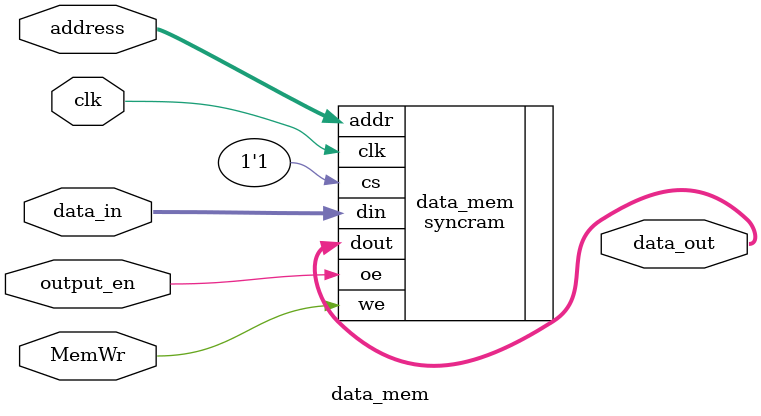
<source format=v>
`include "../lib/syncram.v"

module data_mem(clk,output_en,MemWr,address,data_in,data_out);

  parameter mem_file="";
  input clk;
  input output_en;
  input MemWr;
  input [31:0] address;
  input [31:0] data_in;
  output [31:0] data_out;

  syncram #(.mem_file(mem_file)) data_mem(.clk(clk),.cs(1'b1), .oe(output_en), .we(MemWr), .addr(address), .din(data_in), .dout(data_out));


endmodule
</source>
